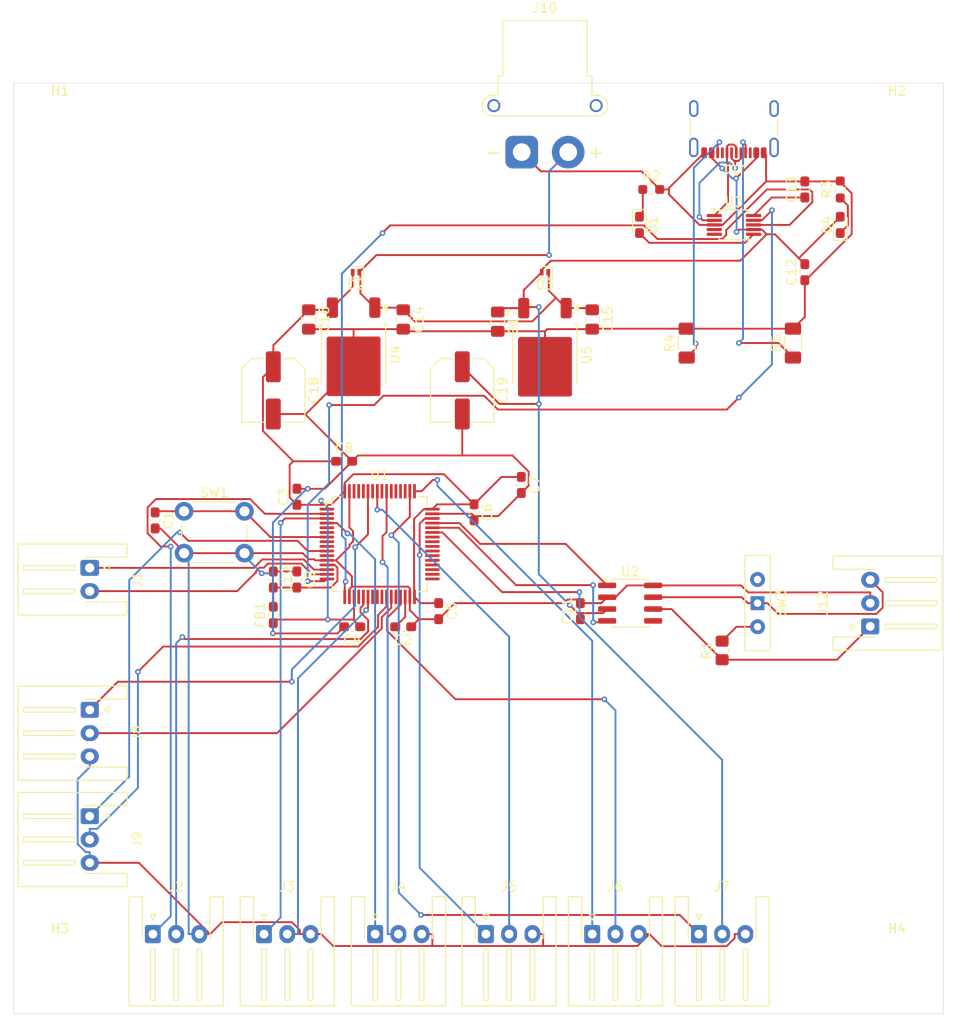
<source format=kicad_pcb>
(kicad_pcb (version 20241229) (generator "pcbnew") (generator_version "9.0")
  (layers (0 "F.Cu" signal) (2 "B.Cu" signal) (13 "F.Paste" user) (15 "B.Paste" user) (5 "F.SilkS" user "F.Silkscreen") (7 "B.SilkS" user "B.Silkscreen") (1 "F.Mask" user) (3 "B.Mask" user) (25 "Edge.Cuts" user))
  (net 0 "")
  (net 1 "GND")
  (net 2 "Net-(J11-CC1)")
  (net 3 "Net-(J11-CC2)")
  (net 4 "CAN_L")
  (net 5 "CANR")
  (net 6 "Net-(D4-K)")
  (net 7 "Net-(D1-K)")
  (net 8 "+5V")
  (net 9 "VCC")
  (net 10 "+3.3V")
  (net 12 "CAN1rx")
  (net 13 "CAN1tx")
  (net 14 "CAN_H")
  (net 15 "UARTtx")
  (net 17 "Net-(D1-A)")
  (net 19 "D-")
  (net 20 "UARTrx")
  (net 21 "Net-(U3-V3)")
  (net 22 "D+")
  (net 26 "uart4rx")
  (net 28 "m3d")
  (net 31 "Net-(U1-VCAP_1)")
  (net 33 "m1")
  (net 34 "m4")
  (net 35 "m3")
  (net 39 "uart4tx")
  (net 41 "m8d")
  (net 42 "m2")
  (net 43 "m7")
  (net 51 "m5d")
  (net 52 "m5")
  (net 54 "m4d")
  (net 55 "m2d")
  (net 58 "m1d")
  (net 60 "Net-(U1-NRST)")
  (net 64 "m6")
  (net 66 "m7d")
  (net 69 "Net-(U1-VDDA)")
  (net 71 "m6d")
  (net 72 "m8")
  (footprint "Capacitor_SMD:C_0603_1608Metric_Pad1.08x0.95mm_HandSolder" (layer "F.Cu") (at 85.56 90.64)
    (property "Reference" "C8")
    (property "Value" "0.1μF")
  )
  (footprint "Package_SO:SOIC-8_3.9x4.9mm_P1.27mm" (layer "F.Cu") (at 116.31 105.88)
    (property "Reference" "U2")
    (property "Value" "MCP2561-E-SN")
  )
  (footprint "Connector_JST:JST_XH_S2B-XH-A-1_1x02_P2.50mm_Horizontal" (layer "F.Cu") (at 58.2 102.09 -90)
    (property "Reference" "J1")
    (property "Value" "Conn_01x02_Socket")
  )
  (footprint "Resistor_SMD:R_0603_1608Metric_Pad0.98x0.95mm_HandSolder" (layer "F.Cu") (at 138.9 61.43 90)
    (property "Reference" "R3")
    (property "Value" "75")
  )
  (footprint "Resistor_SMD:R_1206_3216Metric_Pad1.30x1.75mm_HandSolder" (layer "F.Cu") (at 133.82 77.94 90)
    (property "Reference" "R5")
    (property "Value" "5.1k")
  )
  (footprint "Diode_SMD:D_0603_1608Metric_Pad1.05x0.95mm_HandSolder" (layer "F.Cu") (at 138.9 65.24 90)
    (property "Reference" "D4")
    (property "Value" "LED_GREEN")
  )
  (footprint "Package_QFP:LQFP-64_10x10mm_P0.5mm" (layer "F.Cu") (at 89.37 99.53)
    (property "Reference" "U1")
    (property "Value" "STM32F446RETx")
  )
  (footprint "Resistor_SMD:R_0805_2012Metric_Pad1.20x1.40mm_HandSolder" (layer "F.Cu") (at 126.2 110.96 90)
    (property "Reference" "R1")
    (property "Value" "120")
  )
  (footprint "Capacitor_SMD:C_0603_1608Metric_Pad1.08x0.95mm_HandSolder" (layer "F.Cu") (at 65.24 96.99 -90)
    (property "Reference" "C1")
    (property "Value" "0.1uf")
  )
  (footprint "Connector_USB:USB_C_Receptacle_GCT_USB4105-xx-A_16P_TopMnt_Horizontal" (layer "F.Cu") (at 127.47 53.81 180)
    (property "Reference" "J11")
    (property "Value" "USB_C_Receptacle_USB2.0_16P")
  )
  (footprint "Capacitor_SMD:C_0805_2012Metric_Pad1.18x1.45mm_HandSolder" (layer "F.Cu") (at 112.23 75.4 -90)
    (property "Reference" "C15")
    (property "Value" "4.7μF")
  )
  (footprint "Connector_JST:JST_XH_S3B-XH-A-1_1x03_P2.50mm_Horizontal" (layer "F.Cu") (at 58.2 117.35 -90)
    (property "Reference" "J8")
    (property "Value" "Conn_01x03_Socket")
  )
  (footprint "Connector_JST:JST_XH_S3B-XH-A-1_1x03_P2.50mm_Horizontal" (layer "F.Cu") (at 123.7 141.44)
    (property "Reference" "J7")
    (property "Value" "Conn_01x03_Socket")
  )
  (footprint "Diode_SMD:D_SOD-882" (layer "F.Cu") (at 86.83 70.32 180)
    (property "Reference" "D2")
    (property "Value" "D_Shockley")
  )
  (footprint "Capacitor_SMD:C_0603_1608Metric_Pad1.08x0.95mm_HandSolder" (layer "F.Cu") (at 80.48 103.34 -90)
    (property "Reference" "C9")
    (property "Value" "0.1uf")
  )
  (footprint "Resistor_SMD:R_0603_1608Metric_Pad0.98x0.95mm_HandSolder" (layer "F.Cu") (at 118.58 61.43)
    (property "Reference" "R2")
    (property "Value" "75")
  )
  (footprint "Button_Switch_THT:SW_Slide-03_Wuerth-WS-SLTV_10x2.5x6.4_P2.54mm" (layer "F.Cu") (at 130.01 105.88 -90)
    (property "Reference" "SW3")
    (property "Value" "SW_Wuerth_450301014042")
  )
  (footprint "Capacitor_SMD:C_0603_1608Metric_Pad1.08x0.95mm_HandSolder" (layer "F.Cu") (at 86.4225 108.42 180)
    (property "Reference" "C4")
    (property "Value" "0.1μF")
  )
  (footprint "Connector_AMASS:AMASS_XT30PW-F_1x02_P2.50mm_Horizontal" (layer "F.Cu") (at 104.65 57.42)
    (property "Reference" "J10")
    (property "Value" "Conn_01x02_Socket")
  )
  (footprint "Connector_JST:JST_XH_S3B-XH-A-1_1x03_P2.50mm_Horizontal" (layer "F.Cu") (at 112.23 141.44)
    (property "Reference" "J6")
    (property "Value" "Conn_01x03_Socket")
  )
  (footprint "Capacitor_SMD:C_0603_1608Metric_Pad1.08x0.95mm_HandSolder" (layer "F.Cu") (at 110.96 106.7425 90)
    (property "Reference" "C11")
    (property "Value" "0.1uf")
  )
  (footprint "Capacitor_SMD:C_0603_1608Metric_Pad1.08x0.95mm_HandSolder" (layer "F.Cu") (at 104.61 93.18 -90)
    (property "Reference" "C7")
    (property "Value" "4.7uf")
  )
  (footprint "Capacitor_SMD:C_0603_1608Metric_Pad1.08x0.95mm_HandSolder" (layer "F.Cu") (at 135.09 70.32 90)
    (property "Reference" "C12")
    (property "Value" "0.1uf")
  )
  (footprint "MountingHole:MountingHole_3.2mm_M3" (layer "F.Cu") (at 145 145)
    (property "Reference" "H4")
    (property "Value" "MountingHole")
  )
  (footprint "Diode_SMD:D_0603_1608Metric_Pad1.05x0.95mm_HandSolder" (layer "F.Cu") (at 117.31 65.24 -90)
    (property "Reference" "D1")
    (property "Value" "LED_RED")
  )
  (footprint "Capacitor_SMD:C_Elec_6.3x7.7" (layer "F.Cu") (at 98.26 83.02 -90)
    (property "Reference" "C19")
    (property "Value" "C_Polarized")
  )
  (footprint "Capacitor_SMD:C_0603_1608Metric_Pad1.08x0.95mm_HandSolder" (layer "F.Cu") (at 95.72 106.7425 -90)
    (property "Reference" "C5")
    (property "Value" "0.1μF")
  )
  (footprint "MountingHole:MountingHole_3.2mm_M3" (layer "F.Cu") (at 145 55)
    (property "Reference" "H2")
    (property "Value" "MountingHole")
  )
  (footprint "Button_Switch_THT:SW_PUSH_6mm" (layer "F.Cu") (at 68.34 96.01)
    (property "Reference" "SW1")
    (property "Value" "SW_Push")
  )
  (footprint "Capacitor_SMD:C_0603_1608Metric_Pad1.08x0.95mm_HandSolder" (layer "F.Cu") (at 80.48 94.45 90)
    (property "Reference" "C3")
    (property "Value" "0.1μF")
  )
  (footprint "Capacitor_SMD:C_0805_2012Metric_Pad1.18x1.45mm_HandSolder" (layer "F.Cu") (at 102.07 75.6325 -90)
    (property "Reference" "C17")
    (property "Value" "4.7μF")
  )
  (footprint "Capacitor_SMD:C_0805_2012Metric_Pad1.18x1.45mm_HandSolder" (layer "F.Cu") (at 81.75 75.4 -90)
    (property "Reference" "C16")
    (property "Value" "4.7μF")
  )
  (footprint "Package_TO_SOT_SMD:TO-252-2" (layer "F.Cu") (at 86.57 79.17 -90)
    (property "Reference" "U4")
    (property "Value" "BD33FC0FP")
  )
  (footprint "Diode_SMD:D_SOD-882" (layer "F.Cu") (at 107.15 70.32 180)
    (property "Reference" "D3")
    (property "Value" "D_Shockley")
  )
  (footprint "Connector_JST:JST_XH_S3B-XH-A-1_1x03_P2.50mm_Horizontal" (layer "F.Cu") (at 142.13 108.38 90)
    (property "Reference" "J12")
    (property "Value" "Conn_01x03_Socket")
  )
  (footprint "Capacitor_SMD:C_0603_1608Metric_Pad1.08x0.95mm_HandSolder" (layer "F.Cu") (at 135.09 61.43 90)
    (property "Reference" "C13")
    (property "Value" "0.1uf")
  )
  (footprint "Resistor_SMD:R_1206_3216Metric_Pad1.30x1.75mm_HandSolder" (layer "F.Cu") (at 122.39 77.94 90)
    (property "Reference" "R4")
    (property "Value" "5.1k")
  )
  (footprint "Connector_JST:JST_XH_S3B-XH-A-1_1x03_P2.50mm_Horizontal" (layer "F.Cu") (at 64.99 141.44)
    (property "Reference" "J2")
    (property "Value" "Conn_01x03_Socket")
  )
  (footprint "Capacitor_SMD:C_0805_2012Metric_Pad1.18x1.45mm_HandSolder" (layer "F.Cu") (at 91.91 75.4 -90)
    (property "Reference" "C14")
    (property "Value" "4.7μF")
  )
  (footprint "Connector_JST:JST_XH_S3B-XH-A-1_1x03_P2.50mm_Horizontal" (layer "F.Cu") (at 58.2 128.78 -90)
    (property "Reference" "J9")
    (property "Value" "Conn_01x03_Socket")
  )
  (footprint "Connector_JST:JST_XH_S3B-XH-A-1_1x03_P2.50mm_Horizontal" (layer "F.Cu") (at 100.8 141.44)
    (property "Reference" "J5")
    (property "Value" "Conn_01x03_Socket")
  )
  (footprint "Capacitor_SMD:C_0603_1608Metric_Pad1.08x0.95mm_HandSolder" (layer "F.Cu") (at 91.91 108.42 180)
    (property "Reference" "C2")
    (property "Value" "2.2μF")
  )
  (footprint "Package_TO_SOT_SMD:TO-252-2" (layer "F.Cu") (at 107.15 79.22 -90)
    (property "Reference" "U5")
    (property "Value" "BD50FC0FP")
  )
  (footprint "MountingHole:MountingHole_3.2mm_M3" (layer "F.Cu") (at 55 145)
    (property "Reference" "H3")
    (property "Value" "MountingHole")
  )
  (footprint "Capacitor_SMD:C_0603_1608Metric_Pad1.08x0.95mm_HandSolder" (layer "F.Cu") (at 77.94 103.34 -90)
    (property "Reference" "C10")
    (property "Value" "1uf")
  )
  (footprint "Capacitor_SMD:C_Elec_6.3x7.7" (layer "F.Cu") (at 77.94 83.02 -90)
    (property "Reference" "C18")
    (property "Value" "C_Polarized")
  )
  (footprint "Connector_JST:JST_XH_S3B-XH-A-1_1x03_P2.50mm_Horizontal" (layer "F.Cu") (at 76.94 141.44)
    (property "Reference" "J3")
    (property "Value" "Conn_01x03_Socket")
  )
  (footprint "MountingHole:MountingHole_3.2mm_M3" (layer "F.Cu") (at 55 55)
    (property "Reference" "H1")
    (property "Value" "MountingHole")
  )
  (footprint "Capacitor_SMD:C_0603_1608Metric_Pad1.08x0.95mm_HandSolder" (layer "F.Cu") (at 99.53 96.1275 -90)
    (property "Reference" "C6")
    (property "Value" "0.1μF")
  )
  (footprint "Inductor_SMD:L_0603_1608Metric_Pad1.05x0.95mm_HandSolder" (layer "F.Cu") (at 77.94 107.15 90)
    (property "Reference" "FB1")
    (property "Value" "FerriteBead")
  )
  (footprint "Package_SO:MSOP-10_3x3mm_P0.5mm" (layer "F.Cu") (at 127.47 65.24)
    (property "Reference" "U3")
    (property "Value" "CH340E")
  )
  (footprint "Connector_JST:JST_XH_S3B-XH-A-1_1x03_P2.50mm_Horizontal" (layer "F.Cu") (at 88.89 141.44)
    (property "Reference" "J4")
    (property "Value" "Conn_01x03_Socket")
  )
  (gr_line (start 150 150) (end 50 150) (stroke (width 0.05)) (layer "Edge.Cuts"))
  (gr_line (start 150 50) (end 150 150) (stroke (width 0.05)) (layer "Edge.Cuts"))
  (gr_line (start 50 50) (end 150 50) (stroke (width 0.05)) (layer "Edge.Cuts"))
  (gr_line (start 50 150) (end 50 50) (stroke (width 0.05)) (layer "Edge.Cuts"))
  (segment (start 82.4452 101.28) (end 83.695 101.28) (width 0.2) (layer "F.Cu") (net 1))
  (segment (start 86.12 104.3781) (end 86.3923 104.1058) (width 0.2) (layer "F.Cu") (net 1))
  (segment (start 104.61 94.0425) (end 105.3944 93.2581) (width 0.2) (layer "F.Cu") (net 1))
  (segment (start 123.7638 65.24) (end 125.3575 65.24) (width 0.2) (layer "F.Cu") (net 1))
  (segment (start 124.27 57.49) (end 120.4822 61.2778) (width 0.2) (layer "F.Cu") (net 1))
  (segment (start 118.3817 141.44) (end 119.686 142.7443) (width 0.2) (layer "F.Cu") (net 1))
  (segment (start 106.9517 142.7196) (end 95.0417 142.7196) (width 0.2) (layer "F.Cu") (net 1))
  (segment (start 95.0417 142.7196) (end 95.0417 141.44) (width 0.2) (layer "F.Cu") (net 1))
  (segment (start 117.546 59.4835) (end 119.4925 61.43) (width 0.2) (layer "F.Cu") (net 1))
  (segment (start 77.94 102.4775) (end 80.48 102.4775) (width 0.2) (layer "F.Cu") (net 1))
  (segment (start 130.9266 60.5675) (end 135.09 60.5675) (width 0.2) (layer "F.Cu") (net 1))
  (segment (start 135.09 75.12) (end 133.82 76.39) (width 0.2) (layer "F.Cu") (net 1))
  (segment (start 128.9939 104.7283) (end 128.2406 103.975) (width 0.2) (layer "F.Cu") (net 1))
  (segment (start 119.4925 61.43) (end 120.4822 61.43) (width 0.2) (layer "F.Cu") (net 1))
  (segment (start 82.3328 101.1676) (end 82.4452 101.28) (width 0.2) (layer "F.Cu") (net 1))
  (segment (start 107.3825 76.4375) (end 112.23 76.4375) (width 0.2) (layer "F.Cu") (net 1))
  (segment (start 142.13 105.88) (end 142.13 104.7283) (width 0.2) (layer "F.Cu") (net 1))
  (segment (start 80.7883 141.44) (end 80.7883 141.0081) (width 0.2) (layer "F.Cu") (net 1))
  (segment (start 83.475 93.5875) (end 86.4225 90.64) (width 0.2) (layer "F.Cu") (net 1))
  (segment (start 102.07 76.67) (end 92.1425 76.67) (width 0.2) (layer "F.Cu") (net 1))
  (segment (start 117.1021 142.7196) (end 106.9517 142.7196) (width 0.2) (layer "F.Cu") (net 1))
  (segment (start 79.9425 140.1623) (end 72.4194 140.1623) (width 0.2) (layer "F.Cu") (net 1))
  (segment (start 109.5653 105.4903) (end 109.1757 105.8799) (width 0.2) (layer "F.Cu") (net 1))
  (segment (start 81.4425 85.5575) (end 77.94 85.5575) (width 0.2) (layer "F.Cu") (net 1))
  (segment (start 106.9517 141.44) (end 106.9517 142.7196) (width 0.2) (layer "F.Cu") (net 1))
  (segment (start 105.3944 93.2581) (end 105.3944 91.7487) (width 0.2) (layer "F.Cu") (net 1))
  (segment (start 76.6925 102.6755) (end 77.742 102.6755) (width 0.2) (layer "F.Cu") (net 1))
  (segment (start 117.23 141.44) (end 118.3817 141.44) (width 0.2) (layer "F.Cu") (net 1))
  (segment (start 112.2775 76.39) (end 112.23 76.4375) (width 0.2) (layer "F.Cu") (net 1))
  (segment (start 99.2804 96.28) (end 95.045 96.28) (width 0.2) (layer "F.Cu") (net 1))
  (segment (start 86.12 93.855) (end 86.12 97.7457) (width 0.2) (layer "F.Cu") (net 1))
  (segment (start 93.89 141.44) (end 95.0417 141.44) (width 0.2) (layer "F.Cu") (net 1))
  (segment (start 120.4822 61.9584) (end 123.7638 65.24) (width 0.2) (layer "F.Cu") (net 1))
  (segment (start 99.53 96.5296) (end 102.1229 96.5296) (width 0.2) (layer "F.Cu") (net 1))
  (segment (start 74.84 100.51) (end 81.1072 100.51) (width 0.2) (layer "F.Cu") (net 1))
  (segment (start 68.34 100.3755) (end 65.817 97.8525) (width 0.2) (layer "F.Cu") (net 1))
  (segment (start 138.85 60.5675) (end 135.09 60.5675) (width 0.2) (layer "F.Cu") (net 1))
  (segment (start 98.26 90.0116) (end 87.0509 90.0116) (width 0.2) (layer "F.Cu") (net 1))
  (segment (start 138.9 60.5175) (end 138.85 60.5675) (width 0.2) (layer "F.Cu") (net 1))
  (segment (start 126.2541 65.24) (end 125.3575 65.24) (width 0.2) (layer "F.Cu") (net 1))
  (segment (start 115.9957 103.975) (end 118.785 103.975) (width 0.2) (layer "F.Cu") (net 1))
  (segment (start 95.0417 142.7196) (end 84.3713 142.7196) (width 0.2) (layer "F.Cu") (net 1))
  (segment (start 87.0509 90.0116) (end 86.4225 90.64) (width 0.2) (layer "F.Cu") (net 1))
  (segment (start 127.5483 141.8719) (end 127.5483 141.44) (width 0.2) (layer "F.Cu") (net 1))
  (segment (start 99.53 96.5296) (end 99.53 96.99) (width 0.2) (layer "F.Cu") (net 1))
  (segment (start 83.695 101.28) (end 84.6742 101.28) (width 0.2) (layer "F.Cu") (net 1))
  (segment (start 118.3817 141.44) (end 117.1021 142.7196) (width 0.2) (layer "F.Cu") (net 1))
  (segment (start 120.4822 61.43) (end 120.4822 61.9584) (width 0.2) (layer "F.Cu") (net 1))
  (segment (start 126.6759 142.7443) (end 127.5483 141.8719) (width 0.2) (layer "F.Cu") (net 1))
  (segment (start 142.13 104.7283) (end 128.9939 104.7283) (width 0.2) (layer "F.Cu") (net 1))
  (segment (start 109.1757 105.88) (end 97.445 105.88) (width 0.2) (layer "F.Cu") (net 1))
  (segment (start 95.72 107.605) (end 93.5875 107.605) (width 0.2) (layer "F.Cu") (net 1))
  (segment (start 120.4822 61.2778) (end 120.4822 61.43) (width 0.2) (layer "F.Cu") (net 1))
  (segment (start 105.3944 91.7487) (end 103.6573 90.0116) (width 0.2) (layer "F.Cu") (net 1))
  (segment (start 86.57 76.4375) (end 81.75 76.4375) (width 0.2) (layer "F.Cu") (net 1))
  (segment (start 81.4425 85.66) (end 86.4225 90.64) (width 0.2) (layer "F.Cu") (net 1))
  (segment (start 113.2 105.88) (end 110.96 105.88) (width 0.2) (layer "F.Cu") (net 1))
  (segment (start 110.5703 105.4903) (end 109.5653 105.4903) (width 0.2) (layer "F.Cu") (net 1))
  (segment (start 130.9266 57.7466) (end 130.67 57.49) (width 0.2) (layer "F.Cu") (net 1))
  (segment (start 81.94 141.44) (end 80.7883 141.44) (width 0.2) (layer "F.Cu") (net 1))
  (segment (start 68.34 100.51) (end 74.84 100.51) (width 0.2) (layer "F.Cu") (net 1))
  (segment (start 69.99 141.44) (end 71.1417 141.44) (width 0.2) (layer "F.Cu") (net 1))
  (segment (start 81.4425 85.5575) (end 81.4425 85.66) (width 0.2) (layer "F.Cu") (net 1))
  (segment (start 86.3923 102.9981) (end 86.3923 104.1058) (width 0.2) (layer "F.Cu") (net 1))
  (segment (start 92.62 106.6375) (end 92.62 105.205) (width 0.2) (layer "F.Cu") (net 1))
  (segment (start 104.65 57.42) (end 106.7135 59.4835) (width 0.2) (layer "F.Cu") (net 1))
  (segment (start 80.7883 141.0081) (end 79.9425 140.1623) (width 0.2) (layer "F.Cu") (net 1))
  (segment (start 113.835 105.245) (end 114.7257 105.245) (width 0.2) (layer "F.Cu") (net 1))
  (segment (start 86.57 80.43) (end 81.4425 85.5575) (width 0.2) (layer "F.Cu") (net 1))
  (segment (start 81.94 141.44) (end 83.0917 141.44) (width 0.2) (layer "F.Cu") (net 1))
  (segment (start 86.1201 97.7457) (end 86.5184 98.144) (width 0.2) (layer "F.Cu") (net 1))
  (segment (start 93.5875 107.605) (end 92.62 106.6375) (width 0.2) (layer "F.Cu") (net 1))
  (segment (start 130.9266 60.5675) (end 130.9266 57.7466) (width 0.2) (layer "F.Cu") (net 1))
  (segment (start 91.91 76.4375) (end 86.57 76.4375) (width 0.2) (layer "F.Cu") (net 1))
  (segment (start 92.4116 104.1058) (end 92.62 104.3142) (width 0.2) (layer "F.Cu") (net 1))
  (segment (start 97.445 105.88) (end 95.72 107.605) (width 0.2) (layer "F.Cu") (net 1))
  (segment (start 133.82 76.39) (end 122.39 76.39) (width 0.2) (layer "F.Cu") (net 1))
  (segment (start 86.12 97.7457) (end 86.1201 97.7457) (width 0.2) (layer "F.Cu") (net 1))
  (segment (start 80.48 93.5875) (end 81.637 93.5875) (width 0.2) (layer "F.Cu") (net 1))
  (segment (start 140.1298 66.233) (end 135.1803 71.1825) (width 0.2) (layer "F.Cu") (net 1))
  (segment (start 98.26 85.5575) (end 98.26 90.0116) (width 0.2) (layer "F.Cu") (net 1))
  (segment (start 140.1298 61.8473) (end 140.1298 66.233) (width 0.2) (layer "F.Cu") (net 1))
  (segment (start 105.8 141.44) (end 106.9517 141.44) (width 0.2) (layer "F.Cu") (net 1))
  (segment (start 86.1372 99.817) (end 84.6742 101.28) (width 0.2) (layer "F.Cu") (net 1))
  (segment (start 110.96 105.88) (end 110.5703 105.4903) (width 0.2) (layer "F.Cu") (net 1))
  (segment (start 114.7257 105.245) (end 115.9957 103.975) (width 0.2) (layer "F.Cu") (net 1))
  (segment (start 128.7 141.44) (end 127.5483 141.44) (width 0.2) (layer "F.Cu") (net 1))
  (segment (start 77.8975 109.1339) (end 84.8461 109.1339) (width 0.2) (layer "F.Cu") (net 1))
  (segment (start 81.7648 101.1676) (end 82.3328 101.1676) (width 0.2) (layer "F.Cu") (net 1))
  (segment (start 135.1803 71.1825) (end 135.09 71.1825) (width 0.2) (layer "F.Cu") (net 1))
  (segment (start 86.12 105.205) (end 86.12 104.3781) (width 0.2) (layer "F.Cu") (net 1))
  (segment (start 107.15 76.67) (end 102.07 76.67) (width 0.2) (layer "F.Cu") (net 1))
  (segment (start 122.39 76.39) (end 112.2775 76.39) (width 0.2) (layer "F.Cu") (net 1))
  (segment (start 99.53 96.5296) (end 99.2804 96.28) (width 0.2) (layer "F.Cu") (net 1))
  (segment (start 92.1425 76.67) (end 91.91 76.4375) (width 0.2) (layer "F.Cu") (net 1))
  (segment (start 86.5184 98.144) (end 86.5184 99.2385) (width 0.2) (layer "F.Cu") (net 1))
  (segment (start 128.2406 103.975) (end 118.785 103.975) (width 0.2) (layer "F.Cu") (net 1))
  (segment (start 81.637 93.5875) (end 83.475 93.5875) (width 0.2) (layer "F.Cu") (net 1))
  (segment (start 84.8461 109.1339) (end 85.56 108.42) (width 0.2) (layer "F.Cu") (net 1))
  (segment (start 102.1229 96.5296) (end 104.61 94.0425) (width 0.2) (layer "F.Cu") (net 1))
  (segment (start 107.15 80.48) (end 107.15 76.67) (width 0.2) (layer "F.Cu") (net 1))
  (segment (start 138.85 60.5675) (end 140.1298 61.8473) (width 0.2) (layer "F.Cu") (net 1))
  (segment (start 93.5875 107.605) (end 92.7725 108.42) (width 0.2) (layer "F.Cu") (net 1))
  (segment (start 106.7135 59.4835) (end 117.546 59.4835) (width 0.2) (layer "F.Cu") (net 1))
  (segment (start 135.09 71.1825) (end 135.09 75.12) (width 0.2) (layer "F.Cu") (net 1))
  (segment (start 86.1372 99.6197) (end 86.1372 99.817) (width 0.2) (layer "F.Cu") (net 1))
  (segment (start 72.4194 140.1623) (end 71.1417 141.44) (width 0.2) (layer "F.Cu") (net 1))
  (segment (start 68.34 100.51) (end 68.34 100.3755) (width 0.2) (layer "F.Cu") (net 1))
  (segment (start 84.3713 142.7196) (end 83.0917 141.44) (width 0.2) (layer "F.Cu") (net 1))
  (segment (start 130.9266 60.5675) (end 126.2541 65.24) (width 0.2) (layer "F.Cu") (net 1))
  (segment (start 81.1072 100.51) (end 81.7648 101.1676) (width 0.2) (layer "F.Cu") (net 1))
  (segment (start 103.6573 90.0116) (end 98.26 90.0116) (width 0.2) (layer "F.Cu") (net 1))
  (segment (start 107.15 76.67) (end 107.3825 76.4375) (width 0.2) (layer "F.Cu") (net 1))
  (segment (start 113.835 105.245) (end 113.2 105.88) (width 0.2) (layer "F.Cu") (net 1))
  (segment (start 86.5184 99.2385) (end 86.1372 99.6197) (width 0.2) (layer "F.Cu") (net 1))
  (segment (start 109.1757 105.8799) (end 109.1757 105.88) (width 0.2) (layer "F.Cu") (net 1))
  (segment (start 63.4817 133.78) (end 71.1417 141.44) (width 0.2) (layer "F.Cu") (net 1))
  (segment (start 65.817 97.8525) (end 65.24 97.8525) (width 0.2) (layer "F.Cu") (net 1))
  (segment (start 119.686 142.7443) (end 126.6759 142.7443) (width 0.2) (layer "F.Cu") (net 1))
  (segment (start 86.3923 104.1058) (end 92.4116 104.1058) (width 0.2) (layer "F.Cu") (net 1))
  (segment (start 58.2 133.78) (end 63.4817 133.78) (width 0.2) (layer "F.Cu") (net 1))
  (segment (start 86.57 76.4375) (end 86.57 80.43) (width 0.2) (layer "F.Cu") (net 1))
  (segment (start 92.62 104.3142) (end 92.62 105.205) (width 0.2) (layer "F.Cu") (net 1))
  (segment (start 77.742 102.6755) (end 77.94 102.4775) (width 0.2) (layer "F.Cu") (net 1))
  (segment (start 84.6742 101.28) (end 86.3923 102.9981) (width 0.2) (layer "F.Cu") (net 1))
  (via (at 81.637 93.5875) (size 0.6) (drill 0.3) (layers "F.Cu" "B.Cu") (net 1))
  (via (at 77.8975 109.1339) (size 0.6) (drill 0.3) (layers "F.Cu" "B.Cu") (net 1))
  (via (at 76.6925 102.6755) (size 0.6) (drill 0.3) (layers "F.Cu" "B.Cu") (net 1))
  (segment (start 58.2 122.35) (end 58.2 123.5017) (width 0.2) (layer "B.Cu") (net 1))
  (segment (start 58.2 132.6283) (end 57.7681 132.6283) (width 0.2) (layer "B.Cu") (net 1))
  (segment (start 76.6925 102.6755) (end 77.8975 102.6755) (width 0.2) (layer "B.Cu") (net 1))
  (segment (start 57.7681 132.6283) (end 56.9002 131.7604) (width 0.2) (layer "B.Cu") (net 1))
  (segment (start 77.8975 97.2253) (end 77.8975 102.6755) (width 0.2) (layer "B.Cu") (net 1))
  (segment (start 81.5353 93.5875) (end 77.8975 97.2253) (width 0.2) (layer "B.Cu") (net 1))
  (segment (start 56.9002 131.7604) (end 56.9002 124.8015) (width 0.2) (layer "B.Cu") (net 1))
  (segment (start 56.9002 124.8015) (end 58.2 123.5017) (width 0.2) (layer "B.Cu") (net 1))
  (segment (start 69.99 141.44) (end 68.8383 141.44) (width 0.2) (layer "B.Cu") (net 1))
  (segment (start 68.8383 141.44) (end 68.8383 101.0083) (width 0.2) (layer "B.Cu") (net 1))
  (segment (start 74.84 100.51) (end 74.84 100.823) (width 0.2) (layer "B.Cu") (net 1))
  (segment (start 77.8975 109.1339) (end 77.8975 102.6755) (width 0.2) (layer "B.Cu") (net 1))
  (segment (start 58.2 133.78) (end 58.2 132.6283) (width 0.2) (layer "B.Cu") (net 1))
  (segment (start 74.84 100.823) (end 76.6925 102.6755) (width 0.2) (layer "B.Cu") (net 1))
  (segment (start 68.8383 101.0083) (end 68.34 100.51) (width 0.2) (layer "B.Cu") (net 1))
  (segment (start 81.637 93.5875) (end 81.5353 93.5875) (width 0.2) (layer "B.Cu") (net 1))
  (segment (start 128.4449 56.3537) (end 128.72 56.6288) (width 0.2) (layer "F.Cu") (net 2))
  (segment (start 127.9982 77.9298) (end 132.2598 77.9298) (width 0.2) (layer "F.Cu") (net 2))
  (segment (start 132.2598 77.9298) (end 133.82 79.49) (width 0.2) (layer "F.Cu") (net 2))
  (segment (start 128.72 56.6288) (end 128.72 57.49) (width 0.2) (layer "F.Cu") (net 2))
  (via (at 128.4449 56.3537) (size 0.6) (drill 0.3) (layers "F.Cu" "B.Cu") (net 2))
  (via (at 127.9982 77.9298) (size 0.6) (drill 0.3) (layers "F.Cu" "B.Cu") (net 2))
  (segment (start 128.4449 56.3537) (end 128.4449 77.4831) (width 0.2) (layer "B.Cu") (net 2))
  (segment (start 128.4449 77.4831) (end 127.9982 77.9298) (width 0.2) (layer "B.Cu") (net 2))
  (segment (start 123.3666 78.5134) (end 123.3666 77.9952) (width 0.2) (layer "F.Cu") (net 3))
  (segment (start 125.9037 56.3537) (end 125.72 56.5374) (width 0.2) (layer "F.Cu") (net 3))
  (segment (start 122.39 79.49) (end 123.3666 78.5134) (width 0.2) (layer "F.Cu") (net 3))
  (segment (start 125.72 56.5374) (end 125.72 57.49) (width 0.2) (layer "F.Cu") (net 3))
  (via (at 125.9037 56.3537) (size 0.6) (drill 0.3) (layers "F.Cu" "B.Cu") (net 3))
  (via (at 123.3666 77.9952) (size 0.6) (drill 0.3) (layers "F.Cu" "B.Cu") (net 3))
  (segment (start 123.1537 59.1037) (end 123.1537 77.7823) (width 0.2) (layer "B.Cu") (net 3))
  (segment (start 125.9037 56.3537) (end 123.1537 59.1037) (width 0.2) (layer "B.Cu") (net 3))
  (segment (start 123.1537 77.7823) (end 123.3666 77.9952) (width 0.2) (layer "B.Cu") (net 3))
  (segment (start 138.55 111.96) (end 126.2 111.96) (width 0.2) (layer "F.Cu") (net 4))
  (segment (start 120.755 106.515) (end 126.2 111.96) (width 0.2) (layer "F.Cu") (net 4))
  (segment (start 118.785 106.515) (end 120.755 106.515) (width 0.2) (layer "F.Cu") (net 4))
  (segment (start 142.13 108.38) (end 138.55 111.96) (width 0.2) (layer "F.Cu") (net 4))
  (segment (start 127.74 108.42) (end 126.2 109.96) (width 0.2) (layer "F.Cu") (net 5))
  (segment (start 130.01 108.42) (end 127.74 108.42) (width 0.2) (layer "F.Cu") (net 5))
  (segment (start 139.7224 63.1649) (end 139.7224 65.2926) (width 0.2) (layer "F.Cu") (net 6))
  (segment (start 139.7224 65.2926) (end 138.9 66.115) (width 0.2) (layer "F.Cu") (net 6))
  (segment (start 138.9 62.3425) (end 139.7224 63.1649) (width 0.2) (layer "F.Cu") (net 6))
  (segment (start 117.6675 61.43) (end 117.6675 64.0075) (width 0.2) (layer "F.Cu") (net 7))
  (segment (start 117.6675 64.0075) (end 117.31 64.365) (width 0.2) (layer "F.Cu") (net 7))
  (segment (start 130.9861 66.2486) (end 131.8811 66.2486) (width 0.2) (layer "F.Cu") (net 8))
  (segment (start 106.8 70.32) (end 104.87 72.25) (width 0.2) (layer "F.Cu") (net 8))
  (segment (start 104.87 72.25) (end 104.87 74.18) (width 0.2) (layer "F.Cu") (net 8))
  (segment (start 126.2006 59.1602) (end 125.07 58.0296) (width 0.2) (layer "F.Cu") (net 8))
  (segment (start 102.485 74.18) (end 102.07 74.595) (width 0.2) (layer "F.Cu") (net 8))
  (segment (start 113.3986 106.9514) (end 110.96 106.9514) (width 0.2) (layer "F.Cu") (net 8))
  (segment (start 104.9826 74.0674) (end 104.87 74.18) (width 0.2) (layer "F.Cu") (net 8))
  (segment (start 106.8 70.32) (end 106.8 70.0672) (width 0.2) (layer "F.Cu") (net 8))
  (segment (start 106.4869 84.4724) (end 102.2499 84.4724) (width 0.2) (layer "F.Cu") (net 8))
  (segment (start 128.1503 69.0844) (end 130.9861 66.2486) (width 0.2) (layer "F.Cu") (net 8))
  (segment (start 127.7011 60.2453) (end 129.87 58.0764) (width 0.2) (layer "F.Cu") (net 8))
  (segment (start 130.4775 65.74) (end 129.5825 65.74) (width 0.2) (layer "F.Cu") (net 8))
  (segment (start 106.8 70.0672) (end 107.7828 69.0844) (width 0.2) (layer "F.Cu") (net 8))
  (segment (start 110.96 106.9514) (end 110.96 107.605) (width 0.2) (layer "F.Cu") (net 8))
  (segment (start 102.2499 84.4724) (end 98.26 80.4825) (width 0.2) (layer "F.Cu") (net 8))
  (segment (start 110.6737 106.9514) (end 110.6737 106.9513) (width 0.2) (layer "F.Cu") (net 8))
  (segment (start 128.0121 65.74) (end 127.755 65.9971) (width 0.2) (layer "F.Cu") (net 8))
  (segment (start 107.7828 69.0844) (end 128.1503 69.0844) (width 0.2) (layer "F.Cu") (net 8))
  (segment (start 113.835 106.515) (end 113.3986 106.9514) (width 0.2) (layer "F.Cu") (net 8))
  (segment (start 110.96 106.9514) (end 110.6737 106.9514) (width 0.2) (layer "F.Cu") (net 8))
  (segment (start 129.87 58.0764) (end 129.87 57.49) (width 0.2) (layer "F.Cu") (net 8))
  (segment (start 104.87 74.18) (end 102.485 74.18) (width 0.2) (layer "F.Cu") (net 8))
  (segment (start 130.9861 66.2486) (end 130.4775 65.74) (width 0.2) (layer "F.Cu") (net 8))
  (segment (start 131.8811 66.2486) (end 134.4488 68.8162) (width 0.2) (layer "F.Cu") (net 8))
  (segment (start 135.09 69.4575) (end 134.4488 68.8162) (width 0.2) (layer "F.Cu") (net 8))
  (segment (start 106.4869 74.0674) (end 104.9826 74.0674) (width 0.2) (layer "F.Cu") (net 8))
  (segment (start 110.6737 106.9513) (end 109.8144 106.092) (width 0.2) (layer "F.Cu") (net 8))
  (segment (start 129.5825 65.74) (end 128.0121 65.74) (width 0.2) (layer "F.Cu") (net 8))
  (segment (start 125.07 58.0296) (end 125.07 57.49) (width 0.2) (layer "F.Cu") (net 8))
  (segment (start 134.4488 68.8162) (end 138.9 64.365) (width 0.2) (layer "F.Cu") (net 8))
  (via (at 126.2006 59.1602) (size 0.6) (drill 0.3) (layers "F.Cu" "B.Cu") (net 8))
  (via (at 127.7011 60.2453) (size 0.6) (drill 0.3) (layers "F.Cu" "B.Cu") (net 8))
  (via (at 106.4869 74.0674) (size 0.6) (drill 0.3) (layers "F.Cu" "B.Cu") (net 8))
  (via (at 127.755 65.9971) (size 0.6) (drill 0.3) (layers "F.Cu" "B.Cu") (net 8))
  (via (at 106.4869 84.4724) (size 0.6) (drill 0.3) (layers "F.Cu" "B.Cu") (net 8))
  (via (at 109.8144 106.092) (size 0.6) (drill 0.3) (layers "F.Cu" "B.Cu") (net 8))
  (segment (start 109.8144 106.092) (end 106.4869 102.7645) (width 0.2) (layer "B.Cu") (net 8))
  (segment (start 127.7011 60.2453) (end 127.2857 60.2453) (width 0.2) (layer "B.Cu") (net 8))
  (segment (start 106.4869 84.4724) (end 106.4869 74.0674) (width 0.2) (layer "B.Cu") (net 8))
  (segment (start 127.2857 60.2453) (end 126.2006 59.1602) (width 0.2) (layer "B.Cu") (net 8))
  (segment (start 127.755 65.9971) (end 127.755 60.2992) (width 0.2) (layer "B.Cu") (net 8))
  (segment (start 106.4869 102.7645) (end 106.4869 84.4724) (width 0.2) (layer "B.Cu") (net 8))
  (segment (start 127.755 60.2992) (end 127.7011 60.2453) (width 0.2) (layer "B.Cu") (net 8))
  (segment (start 107.5916 68.4827) (end 89.0173 68.4827) (width 0.2) (layer "F.Cu") (net 9))
  (segment (start 105.8001 75.6051) (end 108.3276 73.0776) (width 0.2) (layer "F.Cu") (net 9))
  (segment (start 91.91 74.3625) (end 93.1526 75.6051) (width 0.2) (layer "F.Cu") (net 9))
  (segment (start 107.5614 70.3813) (end 107.5614 72.3114) (width 0.2) (layer "F.Cu") (net 9))
  (segment (start 89.0173 68.4827) (end 87.18 70.32) (width 0.2) (layer "F.Cu") (net 9))
  (segment (start 107.5614 72.3114) (end 108.3276 73.0776) (width 0.2) (layer "F.Cu") (net 9))
  (segment (start 87.18 70.32) (end 87.3027 70.4427) (width 0.2) (layer "F.Cu") (net 9))
  (segment (start 107.5613 70.3813) (end 107.5614 70.3813) (width 0.2) (layer "F.Cu") (net 9))
  (segment (start 91.6775 74.13) (end 91.91 74.3625) (width 0.2) (layer "F.Cu") (net 9))
  (segment (start 87.3028 72.5828) (end 88.85 74.13) (width 0.2) (layer "F.Cu") (net 9))
  (segment (start 109.43 74.18) (end 108.3276 73.0776) (width 0.2) (layer "F.Cu") (net 9))
  (segment (start 93.1526 75.6051) (end 105.8001 75.6051) (width 0.2) (layer "F.Cu") (net 9))
  (segment (start 87.3028 70.4427) (end 87.3028 72.5828) (width 0.2) (layer "F.Cu") (net 9))
  (segment (start 112.0475 74.18) (end 112.23 74.3625) (width 0.2) (layer "F.Cu") (net 9))
  (segment (start 88.85 74.13) (end 91.6775 74.13) (width 0.2) (layer "F.Cu") (net 9))
  (segment (start 87.3027 70.4427) (end 87.3028 70.4427) (width 0.2) (layer "F.Cu") (net 9))
  (segment (start 107.5 70.32) (end 107.5613 70.3813) (width 0.2) (layer "F.Cu") (net 9))
  (segment (start 109.43 74.18) (end 112.0475 74.18) (width 0.2) (layer "F.Cu") (net 9))
  (via (at 107.5916 68.4827) (size 0.6) (drill 0.3) (layers "F.Cu" "B.Cu") (net 9))
  (segment (start 107.5916 59.4784) (end 107.5916 68.4827) (width 0.2) (layer "B.Cu") (net 9))
  (segment (start 109.65 57.42) (end 107.5916 59.4784) (width 0.2) (layer "B.Cu") (net 9))
  (segment (start 87.285 108.42) (end 86.62 107.755) (width 0.2) (layer "F.Cu") (net 10))
  (segment (start 79.6959 91.0293) (end 80.0852 90.64) (width 0.2) (layer "F.Cu") (net 10))
  (segment (start 76.8247 81.5978) (end 76.8247 87.3795) (width 0.2) (layer "F.Cu") (net 10))
  (segment (start 93.795 105.88) (end 93.12 105.205) (width 0.2) (layer "F.Cu") (net 10))
  (segment (start 93.0742 105.1592) (end 93.12 105.205) (width 0.2) (layer "F.Cu") (net 10))
  (segment (start 79.6959 94.5284) (end 79.6959 91.0293) (width 0.2) (layer "F.Cu") (net 10))
  (segment (start 84.0575 74.3625) (end 81.75 74.3625) (width 0.2) (layer "F.Cu") (net 10))
  (segment (start 78.3231 107.6419) (end 83.7917 107.6419) (width 0.2) (layer "F.Cu") (net 10))
  (segment (start 83.695 95.3125) (end 83.695 95.78) (width 0.2) (layer "F.Cu") (net 10))
  (segment (start 85.62 92.9584) (end 85.62 93.855) (width 0.2) (layer "F.Cu") (net 10))
  (segment (start 80.48 95.3125) (end 83.0794 95.3125) (width 0.2) (layer "F.Cu") (net 10))
  (segment (start 84.1625 95.3125) (end 85.62 93.855) (width 0.2) (layer "F.Cu") (net 10))
  (segment (start 80.0852 90.64) (end 84.6975 90.64) (width 0.2) (layer "F.Cu") (net 10))
  (segment (start 95.72 105.88) (end 93.795 105.88) (width 0.2) (layer "F.Cu") (net 10))
  (segment (start 104.61 92.3175) (end 102.4775 92.3175) (width 0.2) (layer "F.Cu") (net 10))
  (segment (start 102.4775 92.3175) (end 99.53 95.265) (width 0.2) (layer "F.Cu") (net 10))
  (segment (start 77.94 78.1725) (end 77.94 80.4825) (width 0.2) (layer "F.Cu") (net 10))
  (segment (start 76.8247 87.3795) (end 80.0852 90.64) (width 0.2) (layer "F.Cu") (net 10))
  (segment (start 84.29 74.13) (end 84.0575 74.3625) (width 0.2) (layer "F.Cu") (net 10))
  (segment (start 86.5539 92.0245) (end 85.62 92.9584) (width 0.2) (layer "F.Cu") (net 10))
  (segment (start 86.48 71.94) (end 86.48 70.32) (width 0.2) (layer "F.Cu") (net 10))
  (segment (start 77.94 108.025) (end 78.3231 107.6419) (width 0.2) (layer "F.Cu") (net 10))
  (segment (start 77.94 80.4825) (end 76.8247 81.5978) (width 0.2) (layer "F.Cu") (net 10))
  (segment (start 86.62 107.6419) (end 86.62 105.205) (width 0.2) (layer "F.Cu") (net 10))
  (segment (start 93.0742 96.8306) (end 93.0742 105.1592) (width 0.2) (layer "F.Cu") (net 10))
  (segment (start 81.75 74.3625) (end 77.94 78.1725) (width 0.2) (layer "F.Cu") (net 10))
  (segment (start 96.2895 92.0245) (end 86.5539 92.0245) (width 0.2) (layer "F.Cu") (net 10))
  (segment (start 83.695 95.3125) (end 84.1625 95.3125) (width 0.2) (layer "F.Cu") (net 10))
  (segment (start 83.7917 107.6419) (end 86.62 107.6419) (width 0.2) (layer "F.Cu") (net 10))
  (segment (start 86.62 107.755) (end 86.62 107.6419) (width 0.2) (layer "F.Cu") (net 10))
  (segment (start 83.695 95.3125) (end 83.0794 95.3125) (width 0.2) (layer "F.Cu") (net 10))
  (segment (start 99.53 95.265) (end 96.2895 92.0245) (width 0.2) (layer "F.Cu") (net 10))
  (segment (start 99.53 95.265) (end 95.56 95.265) (width 0.2) (layer "F.Cu") (net 10))
  (segment (start 95.56 95.265) (end 95.045 95.78) (width 0.2) (layer "F.Cu") (net 10))
  (segment (start 84.29 74.13) (end 86.48 71.94) (width 0.2) (layer "F.Cu") (net 10))
  (segment (start 80.48 95.3125) (end 79.6959 94.5284) (width 0.2) (layer "F.Cu") (net 10))
  (segment (start 83.0794 95.3125) (end 83.0794 94.8674) (width 0.2) (layer "F.Cu") (net 10))
  (segment (start 94.1248 95.78) (end 93.0742 96.8306) (width 0.2) (layer "F.Cu") (net 10))
  (segment (start 95.045 95.78) (end 94.1248 95.78) (width 0.2) (layer "F.Cu") (net 10))
  (via (at 83.0794 94.8674) (size 0.6) (drill 0.3) (layers "F.Cu" "B.Cu") (net 10))
  (via (at 83.7917 107.6419) (size 0.6) (drill 0.3) (layers "F.Cu" "B.Cu") (net 10))
  (segment (start 83.7917 107.6419) (end 83.7917 95.5797) (width 0.2) (layer "B.Cu") (net 10))
  (segment (start 83.7917 95.5797) (end 83.0794 94.8674) (width 0.2) (layer "B.Cu") (net 10))
  (segment (start 104.0458 103.9454) (end 97.8804 97.78) (width 0.2) (layer "F.Cu") (net 12))
  (segment (start 112.3336 107.9379) (end 113.6821 107.9379) (width 0.2) (layer "F.Cu") (net 12))
  (segment (start 97.8804 97.78) (end 95.045 97.78) (width 0.2) (layer "F.Cu") (net 12))
  (segment (start 112.3243 103.9454) (end 104.0458 103.9454) (width 0.2) (layer "F.Cu") (net 12))
  (segment (start 113.6821 107.9379) (end 113.835 107.785) (width 0.2) (layer "F.Cu") (net 12))
  (via (at 112.3243 103.9454) (size 0.6) (drill 0.3) (layers "F.Cu" "B.Cu") (net 12))
  (via (at 112.3336 107.9379) (size 0.6) (drill 0.3) (layers "F.Cu" "B.Cu") (net 12))
  (segment (start 112.3243 103.9454) (end 112.3335 103.9546) (width 0.2) (layer "B.Cu") (net 12))
  (segment (start 112.3335 103.9546) (end 112.3335 107.9379) (width 0.2) (layer "B.Cu") (net 12))
  (segment (start 112.3335 107.9379) (end 112.3336 107.9379) (width 0.2) (layer "B.Cu") (net 12))
  (segment (start 100.1827 99.5141) (end 109.3741 99.5141) (width 0.2) (layer "F.Cu") (net 13))
  (segment (start 109.3741 99.5141) (end 113.835 103.975) (width 0.2) (layer "F.Cu") (net 13))
  (segment (start 95.045 97.28) (end 97.9486 97.28) (width 0.2) (layer "F.Cu") (net 13))
  (segment (start 97.9486 97.28) (end 100.1827 99.5141) (width 0.2) (layer "F.Cu") (net 13))
  (segment (start 129.4842 105.88) (end 128.9583 105.88) (width 0.2) (layer "F.Cu") (net 14))
  (segment (start 130.01 105.88) (end 131.0617 105.88) (width 0.2) (layer "F.Cu") (net 14))
  (segment (start 128.3233 105.245) (end 128.9583 105.88) (width 0.2) (layer "F.Cu") (net 14))
  (segment (start 142.789 107.0343) (end 132.216 107.0343) (width 0.2) (layer "F.Cu") (net 14))
  (segment (start 132.216 107.0343) (end 131.0617 105.88) (width 0.2) (layer "F.Cu") (net 14))
  (segment (start 129.4842 105.88) (end 130.01 105.88) (width 0.2) (layer "F.Cu") (net 14))
  (segment (start 118.785 105.245) (end 128.3233 105.245) (width 0.2) (layer "F.Cu") (net 14))
  (segment (start 142.13 103.38) (end 143.4595 104.7095) (width 0.2) (layer "F.Cu") (net 14))
  (segment (start 143.4595 106.3638) (end 142.789 107.0343) (width 0.2) (layer "F.Cu") (net 14))
  (segment (start 143.4595 104.7095) (end 143.4595 106.3638) (width 0.2) (layer "F.Cu") (net 14))
  (segment (start 88.7854 84.5964) (end 83.9407 84.5964) (width 0.2) (layer "F.Cu") (net 15))
  (segment (start 129.5825 64.74) (end 130.4744 64.74) (width 0.2) (layer "F.Cu") (net 15))
  (segment (start 83.695 103.28) (end 83.4507 103.5243) (width 0.2) (layer "F.Cu") (net 15))
  (segment (start 102.0879 85.0765) (end 100.6038 83.5924) (width 0.2) (layer "F.Cu") (net 15))
  (segment (start 83.4507 103.5243) (end 81.637 103.5243) (width 0.2) (layer "F.Cu") (net 15))
  (segment (start 100.6038 83.5924) (end 89.7894 83.5924) (width 0.2) (layer "F.Cu") (net 15))
  (segment (start 130.4744 64.74) (end 131.5541 63.6603) (width 0.2) (layer "F.Cu") (net 15))
  (segment (start 127.9982 83.7902) (end 126.7119 85.0765) (width 0.2) (layer "F.Cu") (net 15))
  (segment (start 126.7119 85.0765) (end 102.0879 85.0765) (width 0.2) (layer "F.Cu") (net 15))
  (segment (start 81.637 103.5243) (end 81.637 103.5244) (width 0.2) (layer "F.Cu") (net 15))
  (segment (start 89.7894 83.5924) (end 88.7854 84.5964) (width 0.2) (layer "F.Cu") (net 15))
  (via (at 127.9982 83.7902) (size 0.6) (drill 0.3) (layers "F.Cu" "B.Cu") (net 15))
  (via (at 83.9407 84.5964) (size 0.6) (drill 0.3) (layers "F.Cu" "B.Cu") (net 15))
  (via (at 81.637 103.5244) (size 0.6) (drill 0.3) (layers "F.Cu" "B.Cu") (net 15))
  (via (at 131.5541 63.6603) (size 0.6) (drill 0.3) (layers "F.Cu" "B.Cu") (net 15))
  (segment (start 131.5541 63.6603) (end 131.5541 80.2343) (width 0.2) (layer "B.Cu") (net 15))
  (segment (start 83.9407 92.9864) (end 81.637 95.2901) (width 0.2) (layer "B.Cu") (net 15))
  (segment (start 131.5541 80.2343) (end 127.9982 83.7902) (width 0.2) (layer "B.Cu") (net 15))
  (segment (start 81.637 95.2901) (end 81.637 103.5244) (width 0.2) (layer "B.Cu") (net 15))
  (segment (start 83.9407 84.5964) (end 83.9407 92.9864) (width 0.2) (layer "B.Cu") (net 15))
  (segment (start 118.354 67.159) (end 128.6635 67.159) (width 0.2) (layer "F.Cu") (net 17))
  (segment (start 117.31 66.115) (end 118.354 67.159) (width 0.2) (layer "F.Cu") (net 17))
  (segment (start 128.6635 67.159) (end 129.5825 66.24) (width 0.2) (layer "F.Cu") (net 17))
  (segment (start 128.22 57.49) (end 128.22 58.0981) (width 0.2) (layer "F.Cu") (net 19))
  (segment (start 127.9511 58.367) (end 127.6021 58.367) (width 0.2) (layer "F.Cu") (net 19))
  (segment (start 124.1146 64.74) (end 125.3575 64.74) (width 0.2) (layer "F.Cu") (net 19))
  (segment (start 128.22 58.0981) (end 127.9511 58.367) (width 0.2) (layer "F.Cu") (net 19))
  (segment (start 127.6021 58.367) (end 127.4889 58.367) (width 0.2) (layer "F.Cu") (net 19))
  (segment (start 127.4889 58.367) (end 127.2201 58.0982) (width 0.2) (layer "F.Cu") (net 19))
  (segment (start 127.2201 58.0982) (end 127.2201 57.49) (width 0.2) (layer "F.Cu") (net 19))
  (segment (start 127.6021 58.367) (end 127.6021 59.1399) (width 0.2) (layer "F.Cu") (net 19))
  (segment (start 127.2201 57.49) (end 127.22 57.49) (width 0.2) (layer "F.Cu") (net 19))
  (segment (start 123.7554 64.3808) (end 124.1146 64.74) (width 0.2) (layer "F.Cu") (net 19))
  (via (at 123.7554 64.3808) (size 0.6) (drill 0.3) (layers "F.Cu" "B.Cu") (net 19))
  (via (at 127.6021 59.1399) (size 0.6) (drill 0.3) (layers "F.Cu" "B.Cu") (net 19))
  (segment (start 123.7554 60.7324) (end 123.7554 64.3808) (width 0.2) (layer "B.Cu") (net 19))
  (segment (start 126.9988 58.5366) (end 125.9512 58.5366) (width 0.2) (layer "B.Cu") (net 19))
  (segment (start 125.9512 58.5366) (end 123.7554 60.7324) (width 0.2) (layer "B.Cu") (net 19))
  (segment (start 127.6021 59.1399) (end 126.9988 58.5366) (width 0.2) (layer "B.Cu") (net 19))
  (segment (start 90.5061 65.2874) (end 89.6859 66.1076) (width 0.2) (layer "F.Cu") (net 20))
  (segment (start 85.7133 103.5708) (end 85.62 103.6641) (width 0.2) (layer "F.Cu") (net 20))
  (segment (start 85.62 103.6641) (end 85.62 105.205) (width 0.2) (layer "F.Cu") (net 20))
  (segment (start 133.4535 65.24) (end 135.9009 62.7926) (width 0.2) (layer "F.Cu") (net 20))
  (segment (start 129.5825 65.24) (end 133.4535 65.24) (width 0.2) (layer "F.Cu") (net 20))
  (segment (start 131.006 61.43) (end 126.6392 65.7968) (width 0.2) (layer "F.Cu") (net 20))
  (segment (start 135.9009 62.7926) (end 135.9009 61.719) (width 0.2) (layer "F.Cu") (net 20))
  (segment (start 126.6392 65.7968) (end 126.6392 66.3222) (width 0.2) (layer "F.Cu") (net 20))
  (segment (start 117.7713 65.2874) (end 90.5061 65.2874) (width 0.2) (layer "F.Cu") (net 20))
  (segment (start 126.2041 66.7573) (end 119.2412 66.7573) (width 0.2) (layer "F.Cu") (net 20))
  (segment (start 135.6119 61.43) (end 131.006 61.43) (width 0.2) (layer "F.Cu") (net 20))
  (segment (start 126.6392 66.3222) (end 126.2041 66.7573) (width 0.2) (layer "F.Cu") (net 20))
  (segment (start 119.2412 66.7573) (end 117.7713 65.2874) (width 0.2) (layer "F.Cu") (net 20))
  (segment (start 135.9009 61.719) (end 135.6119 61.43) (width 0.2) (layer "F.Cu") (net 20))
  (via (at 85.7133 103.5708) (size 0.6) (drill 0.3) (layers "F.Cu" "B.Cu") (net 20))
  (via (at 89.6859 66.1076) (size 0.6) (drill 0.3) (layers "F.Cu" "B.Cu") (net 20))
  (segment (start 89.6859 66.1076) (end 85.315 70.4785) (width 0.2) (layer "B.Cu") (net 20))
  (segment (start 85.315 70.4785) (end 85.315 98.6423) (width 0.2) (layer "B.Cu") (net 20))
  (segment (start 85.7133 99.0405) (end 85.7133 103.5708) (width 0.2) (layer "B.Cu") (net 20))
  (segment (start 85.315 98.6423) (end 85.7132 99.0405) (width 0.2) (layer "B.Cu") (net 20))
  (segment (start 85.7132 99.0405) (end 85.7133 99.0405) (width 0.2) (layer "B.Cu") (net 20))
  (segment (start 129.5825 64.24) (end 131.53 62.2925) (width 0.2) (layer "F.Cu") (net 21))
  (segment (start 131.53 62.2925) (end 135.09 62.2925) (width 0.2) (layer "F.Cu") (net 21))
  (segment (start 127.72 56.8672) (end 127.4588 56.606) (width 0.2) (layer "F.Cu") (net 22))
  (segment (start 127.4588 56.606) (end 126.9212 56.606) (width 0.2) (layer "F.Cu") (net 22))
  (segment (start 126.72 56.8072) (end 126.72 57.49) (width 0.2) (layer "F.Cu") (net 22))
  (segment (start 126.72 57.49) (end 126.72 58.5913) (width 0.2) (layer "F.Cu") (net 22))
  (segment (start 126.8324 62.7651) (end 125.3575 64.24) (width 0.2) (layer "F.Cu") (net 22))
  (segment (start 126.8324 58.7037) (end 126.8324 62.7651) (width 0.2) (layer "F.Cu") (net 22))
  (segment (start 127.72 57.49) (end 127.72 56.8672) (width 0.2) (layer "F.Cu") (net 22))
  (segment (start 126.72 58.5913) (end 126.8324 58.7037) (width 0.2) (layer "F.Cu") (net 22))
  (segment (start 126.9212 56.606) (end 126.72 56.8072) (width 0.2) (layer "F.Cu") (net 22))
  (segment (start 76.0908 102.4264) (end 76.0908 102.5483) (width 0.2) (layer "F.Cu") (net 26))
  (segment (start 58.2 104.59) (end 59.5017 104.59) (width 0.2) (layer "F.Cu") (net 26))
  (segment (start 77.2526 101.7522) (end 77.3742 101.6306) (width 0.2) (layer "F.Cu") (net 26))
  (segment (start 77.2526 101.7522) (end 76.931 102.0738) (width 0.2) (layer "F.Cu") (net 26))
  (segment (start 80.9511 101.6306) (end 82.1005 102.78) (width 0.2) (layer "F.Cu") (net 26))
  (segment (start 76.4434 102.0738) (end 76.0908 102.4264) (width 0.2) (layer "F.Cu") (net 26))
  (segment (start 82.1005 102.78) (end 83.695 102.78) (width 0.2) (layer "F.Cu") (net 26))
  (segment (start 74.0491 104.59) (end 59.5017 104.59) (width 0.2) (layer "F.Cu") (net 26))
  (segment (start 76.931 102.0738) (end 76.4434 102.0738) (width 0.2) (layer "F.Cu") (net 26))
  (segment (start 76.0908 102.5483) (end 74.0491 104.59) (width 0.2) (layer "F.Cu") (net 26))
  (segment (start 77.3742 101.6306) (end 80.9511 101.6306) (width 0.2) (layer "F.Cu") (net 26))
  (segment (start 77.2526 101.7522) (end 77.3742 101.6306) (width 0.2) (layer "F.Cu") (net 26))
  (segment (start 83.695 97.28) (end 84.8035 97.28) (width 0.2) (layer "F.Cu") (net 28))
  (segment (start 84.8035 97.28) (end 85.9167 98.3932) (width 0.2) (layer "F.Cu") (net 28))
  (via (at 85.9167 98.3932) (size 0.6) (drill 0.3) (layers "F.Cu" "B.Cu") (net 28))
  (segment (start 86.1142 98.3932) (end 85.9167 98.3932) (width 0.2) (layer "B.Cu") (net 28))
  (segment (start 88.89 101.169) (end 86.1142 98.3932) (width 0.2) (layer "B.Cu") (net 28))
  (segment (start 88.89 141.44) (end 88.89 101.169) (width 0.2) (layer "B.Cu") (net 28))
  (segment (start 92.12 107.3475) (end 92.12 105.205) (width 0.2) (layer "F.Cu") (net 31))
  (segment (start 91.0475 108.42) (end 92.12 107.3475) (width 0.2) (layer "F.Cu") (net 31))
  (segment (start 68.3688 109.7356) (end 87.3245 109.7356) (width 0.2) (layer "F.Cu") (net 33))
  (segment (start 88.1353 107.699) (end 87.3154 106.8791) (width 0.2) (layer "F.Cu") (net 33))
  (segment (start 68.1605 109.5273) (end 68.3688 109.7356) (width 0.2) (layer "F.Cu") (net 33))
  (segment (start 87.3154 106.3809) (end 87.62 106.0763) (width 0.2) (layer "F.Cu") (net 33))
  (segment (start 87.3154 106.8791) (end 87.3154 106.3809) (width 0.2) (layer "F.Cu") (net 33))
  (segment (start 88.1353 108.9248) (end 88.1353 107.699) (width 0.2) (layer "F.Cu") (net 33))
  (segment (start 87.3245 109.7356) (end 88.1353 108.9248) (width 0.2) (layer "F.Cu") (net 33))
  (segment (start 87.62 106.0763) (end 87.62 105.205) (width 0.2) (layer "F.Cu") (net 33))
  (via (at 68.1605 109.5273) (size 0.6) (drill 0.3) (layers "F.Cu" "B.Cu") (net 33))
  (segment (start 67.49 141.44) (end 67.49 110.1978) (width 0.2) (layer "B.Cu") (net 33))
  (segment (start 67.49 110.1978) (end 68.1605 109.5273) (width 0.2) (layer "B.Cu") (net 33))
  (segment (start 89.12 95.8374) (end 89.12 93.855) (width 0.2) (layer "F.Cu") (net 34))
  (segment (start 89.1162 95.8412) (end 89.12 95.8374) (width 0.2) (layer "F.Cu") (net 34))
  (via (at 89.1162 95.8412) (size 0.6) (drill 0.3) (layers "F.Cu" "B.Cu") (net 34))
  (segment (start 103.3 109.4878) (end 89.6534 95.8412) (width 0.2) (layer "B.Cu") (net 34))
  (segment (start 103.3 141.44) (end 103.3 109.4878) (width 0.2) (layer "B.Cu") (net 34))
  (segment (start 89.6534 95.8412) (end 89.1162 95.8412) (width 0.2) (layer "B.Cu") (net 34))
  (segment (start 90.12 93.855) (end 90.12 98.2447) (width 0.2) (layer "F.Cu") (net 35))
  (segment (start 90.12 98.2447) (end 89.6871 98.6776) (width 0.2) (layer "F.Cu") (net 35))
  (segment (start 89.6871 98.6776) (end 89.6871 101.474) (width 0.2) (layer "F.Cu") (net 35))
  (via (at 89.6871 101.474) (size 0.6) (drill 0.3) (layers "F.Cu" "B.Cu") (net 35))
  (segment (start 90.2383 141.44) (end 90.2383 102.0252) (width 0.2) (layer "B.Cu") (net 35))
  (segment (start 91.39 141.44) (end 90.2383 141.44) (width 0.2) (layer "B.Cu") (net 35))
  (segment (start 90.2383 102.0252) (end 89.6871 101.474) (width 0.2) (layer "B.Cu") (net 35))
  (segment (start 82.3092 102.28) (end 83.695 102.28) (width 0.2) (layer "F.Cu") (net 39))
  (segment (start 58.2 102.09) (end 75.8592 102.09) (width 0.2) (layer "F.Cu") (net 39))
  (segment (start 76.765 101.1842) (end 81.2134 101.1842) (width 0.2) (layer "F.Cu") (net 39))
  (segment (start 81.2134 101.1842) (end 82.3092 102.28) (width 0.2) (layer "F.Cu") (net 39))
  (segment (start 75.8592 102.09) (end 76.765 101.1842) (width 0.2) (layer "F.Cu") (net 39))
  (segment (start 83.695 100.28) (end 81.6452 100.28) (width 0.2) (layer "F.Cu") (net 41))
  (segment (start 80.5454 99.1802) (end 68.7982 99.1802) (width 0.2) (layer "F.Cu") (net 41))
  (segment (start 68.7982 99.1802) (end 67.8991 98.2811) (width 0.2) (layer "F.Cu") (net 41))
  (segment (start 81.6452 100.28) (end 80.5454 99.1802) (width 0.2) (layer "F.Cu") (net 41))
  (via (at 67.8991 98.2811) (size 0.6) (drill 0.3) (layers "F.Cu" "B.Cu") (net 41))
  (segment (start 62.4441 103.4131) (end 62.4441 124.536) (width 0.2) (layer "B.Cu") (net 41))
  (segment (start 62.444 124.536) (end 58.2 128.78) (width 0.2) (layer "B.Cu") (net 41))
  (segment (start 62.4441 124.536) (end 62.444 124.536) (width 0.2) (layer "B.Cu") (net 41))
  (segment (start 67.8991 98.2811) (end 67.5761 98.2811) (width 0.2) (layer "B.Cu") (net 41))
  (segment (start 67.5761 98.2811) (end 62.4441 103.4131) (width 0.2) (layer "B.Cu") (net 41))
  (segment (start 88.12 105.205) (end 88.12 106.4271) (width 0.2) (layer "F.Cu") (net 42))
  (segment (start 88.12 106.4271) (end 87.9171 106.63) (width 0.2) (layer "F.Cu") (net 42))
  (via (at 87.9171 106.63) (size 0.6) (drill 0.3) (layers "F.Cu" "B.Cu") (net 42))
  (segment (start 79.44 141.44) (end 80.5917 141.44) (width 0.2) (layer "B.Cu") (net 42))
  (segment (start 80.5917 113.9554) (end 80.5917 141.44) (width 0.2) (layer "B.Cu") (net 42))
  (segment (start 87.9171 106.63) (end 80.5917 113.9554) (width 0.2) (layer "B.Cu") (net 42))
  (segment (start 90.62 106.3703) (end 90.62 105.205) (width 0.2) (layer "F.Cu") (net 43))
  (segment (start 89.6011 107.3892) (end 90.62 106.3703) (width 0.2) (layer "F.Cu") (net 43))
  (segment (start 58.2 119.85) (end 78.3463 119.85) (width 0.2) (layer "F.Cu") (net 43))
  (segment (start 89.6011 108.5952) (end 89.6011 107.3892) (width 0.2) (layer "F.Cu") (net 43))
  (segment (start 78.3463 119.85) (end 89.6011 108.5952) (width 0.2) (layer "F.Cu") (net 43))
  (segment (start 94.9393 92.7978) (end 95.1056 92.6315) (width 0.2) (layer "F.Cu") (net 51))
  (segment (start 95.1056 92.6315) (end 95.5801 92.6315) (width 0.2) (layer "F.Cu") (net 51))
  (segment (start 93.8821 93.855) (end 94.9393 92.7978) (width 0.2) (layer "F.Cu") (net 51))
  (segment (start 94.9393 92.7978) (end 95.1056 92.6315) (width 0.2) (layer "F.Cu") (net 51))
  (segment (start 93.12 93.855) (end 93.8821 93.855) (width 0.2) (layer "F.Cu") (net 51))
  (via (at 95.5801 92.6315) (size 0.6) (drill 0.3) (layers "F.Cu" "B.Cu") (net 51))
  (segment (start 95.5801 92.6315) (end 95.5801 93.2764) (width 0.2) (layer "B.Cu") (net 51))
  (segment (start 95.5801 93.2764) (end 112.23 109.9263) (width 0.2) (layer "B.Cu") (net 51))
  (segment (start 112.23 109.9263) (end 112.23 141.44) (width 0.2) (layer "B.Cu") (net 51))
  (segment (start 90.1667 108.8512) (end 90.1667 107.4861) (width 0.2) (layer "F.Cu") (net 52))
  (segment (start 113.5331 116.2083) (end 97.5238 116.2083) (width 0.2) (layer "F.Cu") (net 52))
  (segment (start 97.5238 116.2083) (end 90.1667 108.8512) (width 0.2) (layer "F.Cu") (net 52))
  (segment (start 90.1667 107.4861) (end 91.62 106.0328) (width 0.2) (layer "F.Cu") (net 52))
  (segment (start 91.62 106.0328) (end 91.62 105.205) (width 0.2) (layer "F.Cu") (net 52))
  (via (at 113.5331 116.2083) (size 0.6) (drill 0.3) (layers "F.Cu" "B.Cu") (net 52))
  (segment (start 114.73 117.4052) (end 114.73 141.44) (width 0.2) (layer "B.Cu") (net 52))
  (segment (start 113.5331 116.2083) (end 114.73 117.4052) (width 0.2) (layer "B.Cu") (net 52))
  (segment (start 93.6759 97.3409) (end 94.2368 96.78) (width 0.2) (layer "F.Cu") (net 54))
  (segment (start 93.6759 100.7146) (end 93.6759 97.3409) (width 0.2) (layer "F.Cu") (net 54))
  (segment (start 94.2368 96.78) (end 95.045 96.78) (width 0.2) (layer "F.Cu") (net 54))
  (via (at 93.6759 100.7146) (size 0.6) (drill 0.3) (layers "F.Cu" "B.Cu") (net 54))
  (segment (start 93.6759 134.3159) (end 100.8 141.44) (width 0.2) (layer "B.Cu") (net 54))
  (segment (start 93.6759 100.7146) (end 93.6759 134.3159) (width 0.2) (layer "B.Cu") (net 54))
  (segment (start 79.1936 96.78) (end 83.695 96.78) (width 0.2) (layer "F.Cu") (net 55))
  (segment (start 78.7238 97.2498) (end 79.1936 96.78) (width 0.2) (layer "F.Cu") (net 55))
  (via (at 78.7238 97.2498) (size 0.6) (drill 0.3) (layers "F.Cu" "B.Cu") (net 55))
  (segment (start 78.7238 139.6562) (end 78.7238 97.2498) (width 0.2) (layer "B.Cu") (net 55))
  (segment (start 76.94 141.44) (end 78.7238 139.6562) (width 0.2) (layer "B.Cu") (net 55))
  (segment (start 65.3191 94.697) (end 64.4186 95.5975) (width 0.2) (layer "F.Cu") (net 58))
  (segment (start 83.695 96.28) (end 77.0269 96.28) (width 0.2) (layer "F.Cu") (net 58))
  (segment (start 64.4186 95.5975) (end 64.4186 98.3781) (width 0.2) (layer "F.Cu") (net 58))
  (segment (start 75.4439 94.697) (end 65.3191 94.697) (width 0.2) (layer "F.Cu") (net 58))
  (segment (start 77.0269 96.28) (end 75.4439 94.697) (width 0.2) (layer "F.Cu") (net 58))
  (segment (start 64.4186 98.3781) (end 65.8377 99.7972) (width 0.2) (layer "F.Cu") (net 58))
  (segment (start 65.8377 99.7972) (end 66.9108 99.7972) (width 0.2) (layer "F.Cu") (net 58))
  (via (at 66.9108 99.7972) (size 0.6) (drill 0.3) (layers "F.Cu" "B.Cu") (net 58))
  (segment (start 66.9108 139.5192) (end 64.99 141.44) (width 0.2) (layer "B.Cu") (net 58))
  (segment (start 66.9108 99.7972) (end 66.9108 139.5192) (width 0.2) (layer "B.Cu") (net 58))
  (segment (start 74.84 96.01) (end 68.34 96.01) (width 0.2) (layer "F.Cu") (net 60))
  (segment (start 83.6935 98.7785) (end 77.6085 98.7785) (width 0.2) (layer "F.Cu") (net 60))
  (segment (start 65.3575 96.01) (end 65.24 96.1275) (width 0.2) (layer "F.Cu") (net 60))
  (segment (start 77.6085 98.7785) (end 74.84 96.01) (width 0.2) (layer "F.Cu") (net 60))
  (segment (start 68.34 96.01) (end 65.3575 96.01) (width 0.2) (layer "F.Cu") (net 60))
  (segment (start 83.695 98.78) (end 83.6935 98.7785) (width 0.2) (layer "F.Cu") (net 60))
  (segment (start 95.045 98.28) (end 96.1205 98.28) (width 0.2) (layer "F.Cu") (net 64))
  (segment (start 96.1205 98.28) (end 102.534 104.6935) (width 0.2) (layer "F.Cu") (net 64))
  (segment (start 102.534 104.6935) (end 110.8639 104.6935) (width 0.2) (layer "F.Cu") (net 64))
  (via (at 110.8639 104.6935) (size 0.6) (drill 0.3) (layers "F.Cu" "B.Cu") (net 64))
  (segment (start 110.8639 104.6935) (end 110.8639 107.3723) (width 0.2) (layer "B.Cu") (net 64))
  (segment (start 110.8639 107.3723) (end 126.2 122.7084) (width 0.2) (layer "B.Cu") (net 64))
  (segment (start 126.2 122.7084) (end 126.2 141.44) (width 0.2) (layer "B.Cu") (net 64))
  (segment (start 88.12 93.855) (end 88.12 98.4877) (width 0.2) (layer "F.Cu") (net 66))
  (segment (start 61.2256 114.3244) (end 58.2 117.35) (width 0.2) (layer "F.Cu") (net 66))
  (segment (start 88.12 98.4877) (end 86.7389 99.8688) (width 0.2) (layer "F.Cu") (net 66))
  (segment (start 79.9314 114.3244) (end 61.2256 114.3244) (width 0.2) (layer "F.Cu") (net 66))
  (via (at 86.7389 99.8688) (size 0.6) (drill 0.3) (layers "F.Cu" "B.Cu") (net 66))
  (via (at 79.9314 114.3244) (size 0.6) (drill 0.3) (layers "F.Cu" "B.Cu") (net 66))
  (segment (start 86.7389 106.1927) (end 79.9314 113.0002) (width 0.2) (layer "B.Cu") (net 66))
  (segment (start 86.7389 99.8688) (end 86.7389 106.1927) (width 0.2) (layer "B.Cu") (net 66))
  (segment (start 79.9314 113.0002) (end 79.9314 114.3244) (width 0.2) (layer "B.Cu") (net 66))
  (segment (start 84.8325 103.4941) (end 84.8325 102.0643) (width 0.2) (layer "F.Cu") (net 69))
  (segment (start 84.8325 102.0643) (end 84.5482 101.78) (width 0.2) (layer "F.Cu") (net 69))
  (segment (start 84.5482 101.78) (end 83.695 101.78) (width 0.2) (layer "F.Cu") (net 69))
  (segment (start 77.94 104.2025) (end 80.48 104.2025) (width 0.2) (layer "F.Cu") (net 69))
  (segment (start 80.48 104.2025) (end 84.1241 104.2025) (width 0.2) (layer "F.Cu") (net 69))
  (segment (start 77.94 104.2025) (end 77.94 106.275) (width 0.2) (layer "F.Cu") (net 69))
  (segment (start 84.1241 104.2025) (end 84.8325 103.4941) (width 0.2) (layer "F.Cu") (net 69))
  (segment (start 123.7 141.44) (end 121.6483 139.3883) (width 0.2) (layer "F.Cu") (net 71))
  (segment (start 121.6483 139.3883) (end 93.8222 139.3883) (width 0.2) (layer "F.Cu") (net 71))
  (segment (start 90.6352 98.5803) (end 92.62 96.5955) (width 0.2) (layer "F.Cu") (net 71))
  (segment (start 92.62 96.5955) (end 92.62 93.855) (width 0.2) (layer "F.Cu") (net 71))
  (via (at 90.6352 98.5803) (size 0.6) (drill 0.3) (layers "F.Cu" "B.Cu") (net 71))
  (via (at 93.8222 139.3883) (size 0.6) (drill 0.3) (layers "F.Cu" "B.Cu") (net 71))
  (segment (start 93.8222 139.3883) (end 91.426 136.9921) (width 0.2) (layer "B.Cu") (net 71))
  (segment (start 91.426 136.9921) (end 91.426 99.3711) (width 0.2) (layer "B.Cu") (net 71))
  (segment (start 91.426 99.3711) (end 90.6352 98.5803) (width 0.2) (layer "B.Cu") (net 71))
  (segment (start 89.1994 107.1516) (end 90.12 106.231) (width 0.2) (layer "F.Cu") (net 72))
  (segment (start 89.1994 108.4289) (end 89.1994 107.1516) (width 0.2) (layer "F.Cu") (net 72))
  (segment (start 90.12 106.231) (end 90.12 105.205) (width 0.2) (layer "F.Cu") (net 72))
  (segment (start 87.0819 110.5464) (end 89.1994 108.4289) (width 0.2) (layer "F.Cu") (net 72))
  (segment (start 66.0993 110.5464) (end 87.0819 110.5464) (width 0.2) (layer "F.Cu") (net 72))
  (segment (start 63.3845 113.2612) (end 66.0993 110.5464) (width 0.2) (layer "F.Cu") (net 72))
  (via (at 63.3845 113.2612) (size 0.6) (drill 0.3) (layers "F.Cu" "B.Cu") (net 72))
  (segment (start 58.2 130.1283) (end 58.9918 130.1283) (width 0.2) (layer "B.Cu") (net 72))
  (segment (start 58.9918 130.1283) (end 63.3845 125.7356) (width 0.2) (layer "B.Cu") (net 72))
  (segment (start 63.3845 125.7356) (end 63.3845 113.2612) (width 0.2) (layer "B.Cu") (net 72))
  (segment (start 58.2 131.28) (end 58.2 130.1283) (width 0.2) (layer "B.Cu") (net 72))
)
</source>
